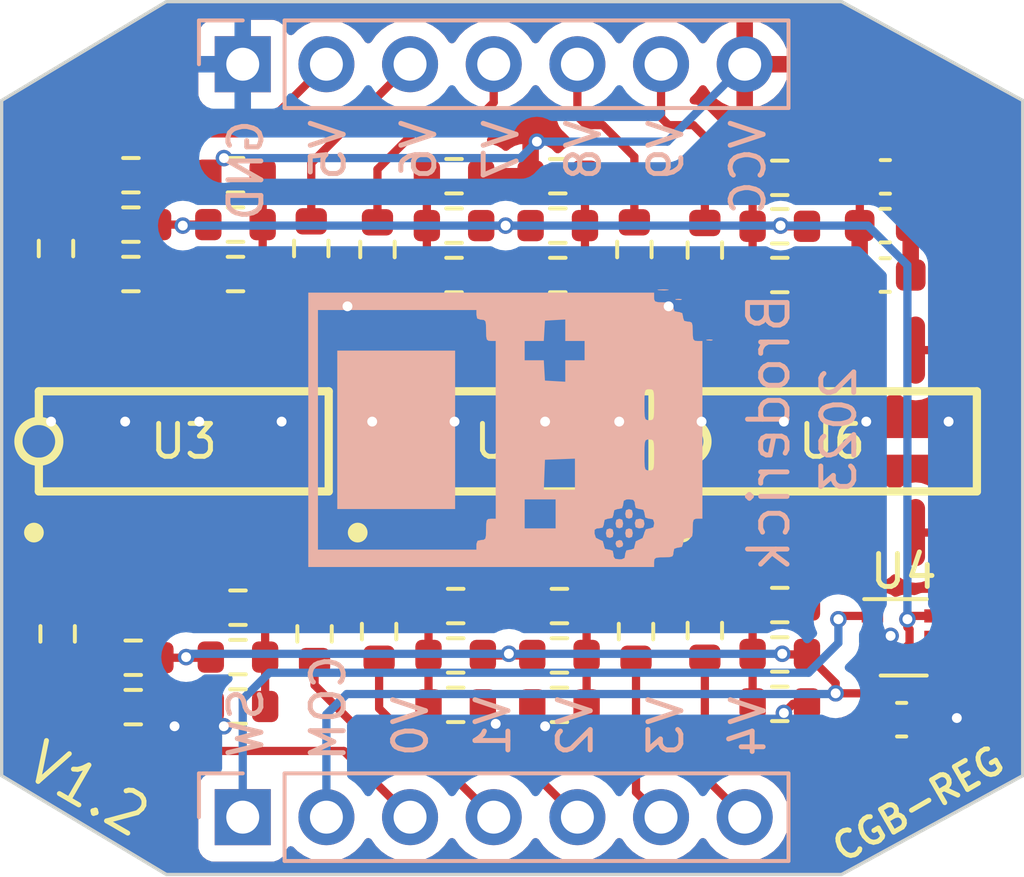
<source format=kicad_pcb>
(kicad_pcb (version 20221018) (generator pcbnew)
  (layers (0 "F.Cu" signal) (31 "B.Cu" signal) (34 "B.Paste" user) (35 "F.Paste" user) (36 "B.SilkS" user "B.Silkscreen") (37 "F.SilkS" user "F.Silkscreen") (38 "B.Mask" user) (39 "F.Mask" user) (44 "Edge.Cuts" user))
  (net 0 "")
  (net 1 "+5V")
  (net 2 "GND")
  (net 3 "v5")
  (net 4 "v6")
  (net 5 "v7")
  (net 6 "v8")
  (net 7 "v9")
  (net 8 "SW_IN")
  (net 9 "v0")
  (net 10 "v1")
  (net 11 "v2")
  (net 12 "v3")
  (net 13 "v4")
  (net 14 "V1 Raw")
  (net 15 "V0 Raw")
  (net 16 "V2 Raw")
  (net 17 "V3 Raw")
  (net 18 "V4 Raw")
  (net 19 "V5 Raw")
  (net 20 "V6 Raw")
  (net 21 "V7 Raw")
  (net 22 "V8 Raw")
  (net 23 "V9 Raw")
  (net 24 "SW")
  (net 25 "'SW")
  (net 26 "Net-(U3--IN2)")
  (net 27 "Net-(U3--IN3)")
  (net 28 "Net-(U3--IN4)")
  (net 29 "Net-(U5--IN4)")
  (net 30 "Net-(U5--IN3)")
  (net 31 "Net-(U3--IN1)")
  (net 32 "Net-(U5--IN2)")
  (net 33 "Net-(U5--IN1)")
  (net 34 "Net-(U6--IN2)")
  (net 35 "Net-(U6--IN1)")
  (net 36 "Net-(U6--IN3)")
  (net 37 "Net-(U6--IN4)")
  (footprint "Resistor_SMD:R_0603_1608Metric" (layer "F.Cu") (at 149.4 94.495 90)
    (fp_text reference "R31" hide)
    (fp_text value "10" hide)
    (pad "1" smd roundrect (at -0.825 0 90) (size 0.8 0.95) (layers "F.Cu" "F.Paste" "F.Mask") (net 27 "Net-(U3--IN3)"))
    (pad "2" smd roundrect (at 0.825 0 90) (size 0.8 0.95) (layers "F.Cu" "F.Paste" "F.Mask") (net 4 "v6"))
  )
  (footprint "Package_TO_SOT_SMD:SOT-363_SC-70-6" (layer "F.Cu") (at 167.3875 106.3)
    (fp_text reference "U4" (at 0 -2) (layer "F.SilkS"))
    (fp_text value "74LVC2G04" hide)
    (pad "1" smd rect (at -0.95 -0.65) (size 0.65 0.4) (layers "F.Cu" "F.Paste" "F.Mask") (net 8 "SW_IN"))
    (pad "2" smd rect (at -0.95 0) (size 0.65 0.4) (layers "F.Cu" "F.Paste" "F.Mask") (net 2 "GND"))
    (pad "3" smd rect (at -0.95 0.65) (size 0.65 0.4) (layers "F.Cu" "F.Paste" "F.Mask") (net 25 "'SW"))
    (pad "4" smd rect (at 0.95 0.65) (size 0.65 0.4) (layers "F.Cu" "F.Paste" "F.Mask") (net 24 "SW"))
    (pad "5" smd rect (at 0.95 0) (size 0.65 0.4) (layers "F.Cu" "F.Paste" "F.Mask") (net 1 "+5V"))
    (pad "6" smd rect (at 0.95 -0.65) (size 0.65 0.4) (layers "F.Cu" "F.Paste" "F.Mask") (net 25 "'SW"))
  )
  (footprint "Resistor_SMD:R_0603_1608Metric" (layer "F.Cu") (at 163.625 92.35 180)
    (fp_text reference "R28" hide)
    (fp_text value "75k" hide)
    (pad "1" smd roundrect (at -0.825 0 180) (size 0.8 0.95) (layers "F.Cu" "F.Paste" "F.Mask") (net 1 "+5V"))
    (pad "2" smd roundrect (at 0.825 0 180) (size 0.8 0.95) (layers "F.Cu" "F.Paste" "F.Mask") (net 23 "V9 Raw"))
  )
  (footprint "Resistor_SMD:R_0603_1608Metric" (layer "F.Cu") (at 163.625 93.82)
    (fp_text reference "R27" hide)
    (fp_text value "30k" hide)
    (pad "1" smd roundrect (at -0.825 0) (size 0.8 0.95) (layers "F.Cu" "F.Paste" "F.Mask") (net 23 "V9 Raw"))
    (pad "2" smd roundrect (at 0.825 0) (size 0.8 0.95) (layers "F.Cu" "F.Paste" "F.Mask") (net 25 "'SW"))
  )
  (footprint "Resistor_SMD:R_0603_1608Metric" (layer "F.Cu") (at 147.175 105.4)
    (fp_text reference "R1" hide)
    (fp_text value "100k" hide)
    (pad "1" smd roundrect (at -0.825 0) (size 0.8 0.95) (layers "F.Cu" "F.Paste" "F.Mask") (net 1 "+5V"))
    (pad "2" smd roundrect (at 0.825 0) (size 0.8 0.95) (layers "F.Cu" "F.Paste" "F.Mask") (net 14 "V1 Raw"))
  )
  (footprint "Resistor_SMD:R_0603_1608Metric" (layer "F.Cu") (at 147.1 92.27)
    (fp_text reference "R19" hide)
    (fp_text value "100k" hide)
    (pad "1" smd roundrect (at -0.825 0) (size 0.8 0.95) (layers "F.Cu" "F.Paste" "F.Mask") (net 1 "+5V"))
    (pad "2" smd roundrect (at 0.825 0) (size 0.8 0.95) (layers "F.Cu" "F.Paste" "F.Mask") (net 20 "V6 Raw"))
  )
  (footprint "Capacitor_SMD:C_0603_1608Metric" (layer "F.Cu") (at 166.825 95.3 180)
    (fp_text reference "C4" hide)
    (fp_text value "1uF" hide)
    (pad "1" smd roundrect (at -0.775 0 180) (size 0.9 0.95) (layers "F.Cu" "F.Paste" "F.Mask") (net 1 "+5V"))
    (pad "2" smd roundrect (at 0.775 0 180) (size 0.9 0.95) (layers "F.Cu" "F.Paste" "F.Mask") (net 2 "GND"))
  )
  (footprint "Resistor_SMD:R_0603_1608Metric" (layer "F.Cu") (at 163.625 105.32 180)
    (fp_text reference "R13" hide)
    (fp_text value "120k" hide)
    (pad "1" smd roundrect (at -0.825 0 180) (size 0.8 0.95) (layers "F.Cu" "F.Paste" "F.Mask") (net 1 "+5V"))
    (pad "2" smd roundrect (at 0.825 0 180) (size 0.8 0.95) (layers "F.Cu" "F.Paste" "F.Mask") (net 18 "V4 Raw"))
  )
  (footprint "Resistor_SMD:R_0603_1608Metric" (layer "F.Cu") (at 153.735 93.8)
    (fp_text reference "R21" hide)
    (fp_text value "178k" hide)
    (pad "1" smd roundrect (at -0.825 0) (size 0.8 0.95) (layers "F.Cu" "F.Paste" "F.Mask") (net 21 "V7 Raw"))
    (pad "2" smd roundrect (at 0.825 0) (size 0.8 0.95) (layers "F.Cu" "F.Paste" "F.Mask") (net 25 "'SW"))
  )
  (footprint "Resistor_SMD:R_0603_1608Metric" (layer "F.Cu") (at 141.65 94.495 90)
    (fp_text reference "R32" hide)
    (fp_text value "10" hide)
    (pad "1" smd roundrect (at -0.825 0 90) (size 0.8 0.95) (layers "F.Cu" "F.Paste" "F.Mask") (net 28 "Net-(U3--IN4)"))
    (pad "2" smd roundrect (at 0.825 0 90) (size 0.8 0.95) (layers "F.Cu" "F.Paste" "F.Mask") (net 3 "v5"))
  )
  (footprint "Resistor_SMD:R_0603_1608Metric" (layer "F.Cu") (at 143.995 106.92)
    (fp_text reference "R4" hide)
    (fp_text value "100k" hide)
    (pad "1" smd roundrect (at -0.825 0) (size 0.8 0.95) (layers "F.Cu" "F.Paste" "F.Mask") (net 15 "V0 Raw"))
    (pad "2" smd roundrect (at 0.825 0) (size 0.8 0.95) (layers "F.Cu" "F.Paste" "F.Mask") (net 24 "SW"))
  )
  (footprint "Resistor_SMD:R_0603_1608Metric" (layer "F.Cu") (at 161.35 106.095 90)
    (fp_text reference "R39" hide)
    (fp_text value "10" hide)
    (pad "1" smd roundrect (at -0.825 0 90) (size 0.8 0.95) (layers "F.Cu" "F.Paste" "F.Mask") (net 13 "v4"))
    (pad "2" smd roundrect (at 0.825 0 90) (size 0.8 0.95) (layers "F.Cu" "F.Paste" "F.Mask") (net 35 "Net-(U6--IN1)"))
  )
  (footprint "Resistor_SMD:R_0603_1608Metric" (layer "F.Cu") (at 156.885 95.3 180)
    (fp_text reference "R26" hide)
    (fp_text value "100k" hide)
    (pad "1" smd roundrect (at -0.825 0 180) (size 0.8 0.95) (layers "F.Cu" "F.Paste" "F.Mask") (net 22 "V8 Raw"))
    (pad "2" smd roundrect (at 0.825 0 180) (size 0.8 0.95) (layers "F.Cu" "F.Paste" "F.Mask") (net 2 "GND"))
  )
  (footprint "Resistor_SMD:R_0603_1608Metric" (layer "F.Cu") (at 159.21 94.525 90)
    (fp_text reference "R34" hide)
    (fp_text value "10" hide)
    (pad "1" smd roundrect (at -0.825 0 90) (size 0.8 0.95) (layers "F.Cu" "F.Paste" "F.Mask") (net 30 "Net-(U5--IN3)"))
    (pad "2" smd roundrect (at 0.825 0 90) (size 0.8 0.95) (layers "F.Cu" "F.Paste" "F.Mask") (net 6 "v8"))
  )
  (footprint "Resistor_SMD:R_0603_1608Metric" (layer "F.Cu") (at 163.625 108.32)
    (fp_text reference "R14" hide)
    (fp_text value "100k" hide)
    (pad "1" smd roundrect (at -0.825 0) (size 0.8 0.95) (layers "F.Cu" "F.Paste" "F.Mask") (net 18 "V4 Raw"))
    (pad "2" smd roundrect (at 0.825 0) (size 0.8 0.95) (layers "F.Cu" "F.Paste" "F.Mask") (net 2 "GND"))
  )
  (footprint "Resistor_SMD:R_0603_1608Metric" (layer "F.Cu") (at 143.995 108.42)
    (fp_text reference "R6" hide)
    (fp_text value "402k" hide)
    (pad "1" smd roundrect (at -0.825 0) (size 0.8 0.95) (layers "F.Cu" "F.Paste" "F.Mask") (net 15 "V0 Raw"))
    (pad "2" smd roundrect (at 0.825 0) (size 0.8 0.95) (layers "F.Cu" "F.Paste" "F.Mask") (net 2 "GND"))
  )
  (footprint "Resistor_SMD:R_0603_1608Metric" (layer "F.Cu") (at 143.925 93.77)
    (fp_text reference "R15" hide)
    (fp_text value "1.24M" hide)
    (pad "1" smd roundrect (at -0.825 0) (size 0.8 0.95) (layers "F.Cu" "F.Paste" "F.Mask") (net 19 "V5 Raw"))
    (pad "2" smd roundrect (at 0.825 0) (size 0.8 0.95) (layers "F.Cu" "F.Paste" "F.Mask") (net 25 "'SW"))
  )
  (footprint "Resistor_SMD:R_0603_1608Metric" (layer "F.Cu") (at 156.885 92.3)
    (fp_text reference "R25" hide)
    (fp_text value "80.6k" hide)
    (pad "1" smd roundrect (at -0.825 0) (size 0.8 0.95) (layers "F.Cu" "F.Paste" "F.Mask") (net 1 "+5V"))
    (pad "2" smd roundrect (at 0.825 0) (size 0.8 0.95) (layers "F.Cu" "F.Paste" "F.Mask") (net 22 "V8 Raw"))
  )
  (footprint "Resistor_SMD:R_0603_1608Metric" (layer "F.Cu") (at 143.925 92.27 180)
    (fp_text reference "R16" hide)
    (fp_text value "107k" hide)
    (pad "1" smd roundrect (at -0.825 0 180) (size 0.8 0.95) (layers "F.Cu" "F.Paste" "F.Mask") (net 1 "+5V"))
    (pad "2" smd roundrect (at 0.825 0 180) (size 0.8 0.95) (layers "F.Cu" "F.Paste" "F.Mask") (net 19 "V5 Raw"))
  )
  (footprint "Resistor_SMD:R_0603_1608Metric" (layer "F.Cu") (at 156.935 105.35)
    (fp_text reference "R10" hide)
    (fp_text value "120k" hide)
    (pad "1" smd roundrect (at -0.825 0) (size 0.8 0.95) (layers "F.Cu" "F.Paste" "F.Mask") (net 1 "+5V"))
    (pad "2" smd roundrect (at 0.825 0) (size 0.8 0.95) (layers "F.Cu" "F.Paste" "F.Mask") (net 17 "V3 Raw"))
  )
  (footprint "Resistor_SMD:R_0603_1608Metric" (layer "F.Cu") (at 163.625 95.3)
    (fp_text reference "R29" hide)
    (fp_text value "100k" hide)
    (pad "1" smd roundrect (at -0.825 0) (size 0.8 0.95) (layers "F.Cu" "F.Paste" "F.Mask") (net 23 "V9 Raw"))
    (pad "2" smd roundrect (at 0.825 0) (size 0.8 0.95) (layers "F.Cu" "F.Paste" "F.Mask") (net 2 "GND"))
  )
  (footprint "Resistor_SMD:R_0603_1608Metric" (layer "F.Cu") (at 153.785 105.35 180)
    (fp_text reference "R7" hide)
    (fp_text value "100k" hide)
    (pad "1" smd roundrect (at -0.825 0 180) (size 0.8 0.95) (layers "F.Cu" "F.Paste" "F.Mask") (net 1 "+5V"))
    (pad "2" smd roundrect (at 0.825 0 180) (size 0.8 0.95) (layers "F.Cu" "F.Paste" "F.Mask") (net 16 "V2 Raw"))
  )
  (footprint "Resistor_SMD:R_0603_1608Metric" (layer "F.Cu") (at 143.925 95.27)
    (fp_text reference "R17" hide)
    (fp_text value "97.6k" hide)
    (pad "1" smd roundrect (at -0.825 0) (size 0.8 0.95) (layers "F.Cu" "F.Paste" "F.Mask") (net 19 "V5 Raw"))
    (pad "2" smd roundrect (at 0.825 0) (size 0.8 0.95) (layers "F.Cu" "F.Paste" "F.Mask") (net 2 "GND"))
  )
  (footprint "Resistor_SMD:R_0603_1608Metric" (layer "F.Cu") (at 161.35 94.545 -90)
    (fp_text reference "R38" hide)
    (fp_text value "10" hide)
    (pad "1" smd roundrect (at -0.825 0 270) (size 0.8 0.95) (layers "F.Cu" "F.Paste" "F.Mask") (net 7 "v9"))
    (pad "2" smd roundrect (at 0.825 0 270) (size 0.8 0.95) (layers "F.Cu" "F.Paste" "F.Mask") (net 37 "Net-(U6--IN4)"))
  )
  (footprint "easyeda2kicad:SOIC-14_L8.6-W3.9-P1.27-LS6.0-BL" (layer "F.Cu") (at 155.36 100.35)
    (fp_text reference "U5" (at 0 0) (layer "F.SilkS"))
    (fp_text value "GS8624-SR" hide)
    (pad "1" smd oval (at -3.81 2.77) (size 0.57 2.04) (layers "F.Cu" "F.Paste" "F.Mask") (net 33 "Net-(U5--IN1)"))
    (pad "2" smd oval (at -2.54 2.77) (size 0.57 2.04) (layers "F.Cu" "F.Paste" "F.Mask") (net 33 "Net-(U5--IN1)"))
    (pad "3" smd oval (at -1.27 2.77) (size 0.57 2.04) (layers "F.Cu" "F.Paste" "F.Mask") (net 16 "V2 Raw"))
    (pad "4" smd oval (at 0 2.77) (size 0.57 2.04) (layers "F.Cu" "F.Paste" "F.Mask") (net 1 "+5V"))
    (pad "5" smd oval (at 1.27 2.77) (size 0.57 2.04) (layers "F.Cu" "F.Paste" "F.Mask") (net 17 "V3 Raw"))
    (pad "6" smd oval (at 2.54 2.77) (size 0.57 2.04) (layers "F.Cu" "F.Paste" "F.Mask") (net 32 "Net-(U5--IN2)"))
    (pad "7" smd oval (at 3.81 2.77) (size 0.57 2.04) (layers "F.Cu" "F.Paste" "F.Mask") (net 32 "Net-(U5--IN2)"))
    (pad "8" smd oval (at 3.81 -2.77) (size 0.57 2.04) (layers "F.Cu" "F.Paste" "F.Mask") (net 30 "Net-(U5--IN3)"))
    (pad "9" smd oval (at 2.54 -2.77) (size 0.57 2.04) (layers "F.Cu" "F.Paste" "F.Mask") (net 30 "Net-(U5--IN3)"))
    (pad "10" smd oval (at 1.27 -2.77) (size 0.57 2.04) (layers "F.Cu" "F.Paste" "F.Mask") (net 22 "V8 Raw"))
    (pad "11" smd oval (at 0 -2.77) (size 0.57 2.04) (layers "F.Cu" "F.Paste" "F.Mask") (net 2 "GND"))
    (pad "12" smd oval (at -1.27 -2.77) (size 0.57 2.04) (layers "F.Cu" "F.Paste" "F.Mask") (net 21 "V7 Raw"))
    (pad "13" smd oval (at -2.54 -2.77) (size 0.57 2.04) (layers "F.Cu" "F.Paste" "F.Mask") (net 29 "Net-(U5--IN4)"))
    (pad "14" smd oval (at -3.81 -2.77) (size 0.57 2.04) (layers "F.Cu" "F.Paste" "F.Mask") (net 29 "Net-(U5--IN4)"))
  )
  (footprint "Resistor_SMD:R_0603_1608Metric" (layer "F.Cu") (at 147.1 93.77 180)
    (fp_text reference "R18" hide)
    (fp_text value "365k" hide)
    (pad "1" smd roundrect (at -0.825 0 180) (size 0.8 0.95) (layers "F.Cu" "F.Paste" "F.Mask") (net 20 "V6 Raw"))
    (pad "2" smd roundrect (at 0.825 0 180) (size 0.8 0.95) (layers "F.Cu" "F.Paste" "F.Mask") (net 25 "'SW"))
  )
  (footprint "Resistor_SMD:R_0603_1608Metric" (layer "F.Cu") (at 151.41 94.525 90)
    (fp_text reference "R33" hide)
    (fp_text value "10" hide)
    (pad "1" smd roundrect (at -0.825 0 90) (size 0.8 0.95) (layers "F.Cu" "F.Paste" "F.Mask") (net 29 "Net-(U5--IN4)"))
    (pad "2" smd roundrect (at 0.825 0 90) (size 0.8 0.95) (layers "F.Cu" "F.Paste" "F.Mask") (net 5 "v7"))
  )
  (footprint "easyeda2kicad:SOIC-14_L8.6-W3.9-P1.27-LS6.0-BL" (layer "F.Cu") (at 145.53 100.35)
    (fp_text reference "U3" (at 0 0) (layer "F.SilkS"))
    (fp_text value "GS8624-SR" hide)
    (pad "1" smd oval (at -3.81 2.77) (size 0.57 2.04) (layers "F.Cu" "F.Paste" "F.Mask") (net 31 "Net-(U3--IN1)"))
    (pad "2" smd oval (at -2.54 2.77) (size 0.57 2.04) (layers "F.Cu" "F.Paste" "F.Mask") (net 31 "Net-(U3--IN1)"))
    (pad "3" smd oval (at -1.27 2.77) (size 0.57 2.04) (layers "F.Cu" "F.Paste" "F.Mask") (net 15 "V0 Raw"))
    (pad "4" smd oval (at 0 2.77) (size 0.57 2.04) (layers "F.Cu" "F.Paste" "F.Mask") (net 1 "+5V"))
    (pad "5" smd oval (at 1.27 2.77) (size 0.57 2.04) (layers "F.Cu" "F.Paste" "F.Mask") (net 14 "V1 Raw"))
    (pad "6" smd oval (at 2.54 2.77) (size 0.57 2.04) (layers "F.Cu" "F.Paste" "F.Mask") (net 26 "Net-(U3--IN2)"))
    (pad "7" smd oval (at 3.81 2.77) (size 0.57 2.04) (layers "F.Cu" "F.Paste" "F.Mask") (net 26 "Net-(U3--IN2)"))
    (pad "8" smd oval (at 3.81 -2.77) (size 0.57 2.04) (layers "F.Cu" "F.Paste" "F.Mask") (net 27 "Net-(U3--IN3)"))
    (pad "9" smd oval (at 2.54 -2.77) (size 0.57 2.04) (layers "F.Cu" "F.Paste" "F.Mask") (net 27 "Net-(U3--IN3)"))
    (pad "10" smd oval (at 1.27 -2.77) (size 0.57 2.04) (layers "F.Cu" "F.Paste" "F.Mask") (net 20 "V6 Raw"))
    (pad "11" smd oval (at 0 -2.77) (size 0.57 2.04) (layers "F.Cu" "F.Paste" "F.Mask") (net 2 "GND"))
    (pad "12" smd oval (at -1.27 -2.77) (size 0.57 2.04) (layers "F.Cu" "F.Paste" "F.Mask") (net 19 "V5 Raw"))
    (pad "13" smd oval (at -2.54 -2.77) (size 0.57 2.04) (layers "F.Cu" "F.Paste" "F.Mask") (net 28 "Net-(U3--IN4)"))
    (pad "14" smd oval (at -3.81 -2.77) (size 0.57 2.04) (layers "F.Cu" "F.Paste" "F.Mask") (net 28 "Net-(U3--IN4)"))
  )
  (footprint "Resistor_SMD:R_0603_1608Metric" (layer "F.Cu") (at 153.735 95.3)
    (fp_text reference "R23" hide)
    (fp_text value "100k" hide)
    (pad "1" smd roundrect (at -0.825 0) (size 0.8 0.95) (layers "F.Cu" "F.Paste" "F.Mask") (net 21 "V7 Raw"))
    (pad "2" smd roundrect (at 0.825 0) (size 0.8 0.95) (layers "F.Cu" "F.Paste" "F.Mask") (net 2 "GND"))
  )
  (footprint "easyeda2kicad:SOIC-14_L8.6-W3.9-P1.27-LS6.0-BL" (layer "F.Cu") (at 165.21 100.35)
    (fp_text reference "U6" (at 0 0) (layer "F.SilkS"))
    (fp_text value "GS8624-SR" hide)
    (pad "1" smd oval (at -3.81 2.77) (size 0.57 2.04) (layers "F.Cu" "F.Paste" "F.Mask") (net 35 "Net-(U6--IN1)"))
    (pad "2" smd oval (at -2.54 2.77) (size 0.57 2.04) (layers "F.Cu" "F.Paste" "F.Mask") (net 35 "Net-(U6--IN1)"))
    (pad "3" smd oval (at -1.27 2.77) (size 0.57 2.04) (layers "F.Cu" "F.Paste" "F.Mask") (net 18 "V4 Raw"))
    (pad "4" smd oval (at 0 2.77) (size 0.57 2.04) (layers "F.Cu" "F.Paste" "F.Mask") (net 1 "+5V"))
    (pad "5" smd oval (at 1.27 2.77) (size 0.57 2.04) (layers "F.Cu" "F.Paste" "F.Mask") (net 1 "+5V"))
    (pad "6" smd oval (at 2.54 2.77) (size 0.57 2.04) (layers "F.Cu" "F.Paste" "F.Mask") (net 34 "Net-(U6--IN2)"))
    (pad "7" smd oval (at 3.81 2.77) (size 0.57 2.04) (layers "F.Cu" "F.Paste" "F.Mask") (net 34 "Net-(U6--IN2)"))
    (pad "8" smd oval (at 3.81 -2.77) (size 0.57 2.04) (layers "F.Cu" "F.Paste" "F.Mask") (net 36 "Net-(U6--IN3)"))
    (pad "9" smd oval (at 2.54 -2.77) (size 0.57 2.04) (layers "F.Cu" "F.Paste" "F.Mask") (net 36 "Net-(U6--IN3)"))
    (pad "10" smd oval (at 1.27 -2.77) (size 0.57 2.04) (layers "F.Cu" "F.Paste" "F.Mask") (net 2 "GND"))
    (pad "11" smd oval (at 0 -2.77) (size 0.57 2.04) (layers "F.Cu" "F.Paste" "F.Mask") (net 2 "GND"))
    (pad "12" smd oval (at -1.27 -2.77) (size 0.57 2.04) (layers "F.Cu" "F.Paste" "F.Mask") (net 23 "V9 Raw"))
    (pad "13" smd oval (at -2.54 -2.77) (size 0.57 2.04) (layers "F.Cu" "F.Paste" "F.Mask") (net 37 "Net-(U6--IN4)"))
    (pad "14" smd oval (at -3.81 -2.77) (size 0.57 2.04) (layers "F.Cu" "F.Paste" "F.Mask") (net 37 "Net-(U6--IN4)"))
  )
  (footprint "Resistor_SMD:R_0603_1608Metric" (layer "F.Cu") (at 163.625 106.82)
    (fp_text reference "R12" hide)
    (fp_text value "634k" hide)
    (pad "1" smd roundrect (at -0.825 0) (size 0.8 0.95) (layers "F.Cu" "F.Paste" "F.Mask") (net 18 "V4 Raw"))
    (pad "2" smd roundrect (at 0.825 0) (size 0.8 0.95) (layers "F.Cu" "F.Paste" "F.Mask") (net 24 "SW"))
  )
  (footprint "Resistor_SMD:R_0603_1608Metric" (layer "F.Cu") (at 156.885 93.8 180)
    (fp_text reference "R24" hide)
    (fp_text value "53.6k" hide)
    (pad "1" smd roundrect (at -0.825 0 180) (size 0.8 0.95) (layers "F.Cu" "F.Paste" "F.Mask") (net 22 "V8 Raw"))
    (pad "2" smd roundrect (at 0.825 0 180) (size 0.8 0.95) (layers "F.Cu" "F.Paste" "F.Mask") (net 25 "'SW"))
  )
  (footprint "Resistor_SMD:R_0603_1608Metric" (layer "F.Cu") (at 141.7 106.195 90)
    (fp_text reference "R35" hide)
    (fp_text value "10" hide)
    (pad "1" smd roundrect (at -0.825 0 90) (size 0.8 0.95) (layers "F.Cu" "F.Paste" "F.Mask") (net 9 "v0"))
    (pad "2" smd roundrect (at 0.825 0 90) (size 0.8 0.95) (layers "F.Cu" "F.Paste" "F.Mask") (net 31 "Net-(U3--IN1)"))
  )
  (footprint "Resistor_SMD:R_0603_1608Metric" (layer "F.Cu") (at 147.1 95.27 180)
    (fp_text reference "R20" hide)
    (fp_text value "100k" hide)
    (pad "1" smd roundrect (at -0.825 0 180) (size 0.8 0.95) (layers "F.Cu" "F.Paste" "F.Mask") (net 20 "V6 Raw"))
    (pad "2" smd roundrect (at 0.825 0 180) (size 0.8 0.95) (layers "F.Cu" "F.Paste" "F.Mask") (net 2 "GND"))
  )
  (footprint "Capacitor_SMD:C_0603_1608Metric" (layer "F.Cu") (at 166.825 93.8 180)
    (fp_text reference "C1" hide)
    (fp_text value "1uF" hide)
    (pad "1" smd roundrect (at -0.775 0 180) (size 0.9 0.95) (layers "F.Cu" "F.Paste" "F.Mask") (net 1 "+5V"))
    (pad "2" smd roundrect (at 0.775 0 180) (size 0.9 0.95) (layers "F.Cu" "F.Paste" "F.Mask") (net 2 "GND"))
  )
  (footprint "Resistor_SMD:R_0603_1608Metric" (layer "F.Cu") (at 156.935 108.35 180)
    (fp_text reference "R11" hide)
    (fp_text value "100k" hide)
    (pad "1" smd roundrect (at -0.825 0 180) (size 0.8 0.95) (layers "F.Cu" "F.Paste" "F.Mask") (net 17 "V3 Raw"))
    (pad "2" smd roundrect (at 0.825 0 180) (size 0.8 0.95) (layers "F.Cu" "F.Paste" "F.Mask") (net 2 "GND"))
  )
  (footprint "Capacitor_SMD:C_0603_1608Metric" (layer "F.Cu") (at 166.83 92.32 180)
    (fp_text reference "C3" hide)
    (fp_text value "1uF" hide)
    (pad "1" smd roundrect (at -0.775 0 180) (size 0.9 0.95) (layers "F.Cu" "F.Paste" "F.Mask") (net 1 "+5V"))
    (pad "2" smd roundrect (at 0.775 0 180) (size 0.9 0.95) (layers "F.Cu" "F.Paste" "F.Mask") (net 2 "GND"))
  )
  (footprint "Resistor_SMD:R_0603_1608Metric" (layer "F.Cu") (at 153.785 106.85)
    (fp_text reference "R5" hide)
    (fp_text value "86.6k" hide)
    (pad "1" smd roundrect (at -0.825 0) (size 0.8 0.95) (layers "F.Cu" "F.Paste" "F.Mask") (net 16 "V2 Raw"))
    (pad "2" smd roundrect (at 0.825 0) (size 0.8 0.95) (layers "F.Cu" "F.Paste" "F.Mask") (net 24 "SW"))
  )
  (footprint "Resistor_SMD:R_0603_1608Metric" (layer "F.Cu") (at 153.785 108.35)
    (fp_text reference "R8" hide)
    (fp_text value "69.8k" hide)
    (pad "1" smd roundrect (at -0.825 0) (size 0.8 0.95) (layers "F.Cu" "F.Paste" "F.Mask") (net 16 "V2 Raw"))
    (pad "2" smd roundrect (at 0.825 0) (size 0.8 0.95) (layers "F.Cu" "F.Paste" "F.Mask") (net 2 "GND"))
  )
  (footprint "Capacitor_SMD:C_0603_1608Metric" (layer "F.Cu") (at 167.325 108.8)
    (fp_text reference "C2" hide)
    (fp_text value "1uF" hide)
    (pad "1" smd roundrect (at -0.775 0) (size 0.9 0.95) (layers "F.Cu" "F.Paste" "F.Mask") (net 1 "+5V"))
    (pad "2" smd roundrect (at 0.775 0) (size 0.9 0.95) (layers "F.Cu" "F.Paste" "F.Mask") (net 2 "GND"))
  )
  (footprint "Resistor_SMD:R_0603_1608Metric" (layer "F.Cu") (at 159.26 106.125 90)
    (fp_text reference "R36" hide)
    (fp_text value "10" hide)
    (pad "1" smd roundrect (at -0.825 0 90) (size 0.8 0.95) (layers "F.Cu" "F.Paste" "F.Mask") (net 12 "v3"))
    (pad "2" smd roundrect (at 0.825 0 90) (size 0.8 0.95) (layers "F.Cu" "F.Paste" "F.Mask") (net 32 "Net-(U5--IN2)"))
  )
  (footprint "Resistor_SMD:R_0603_1608Metric" (layer "F.Cu") (at 156.935 106.85 180)
    (fp_text reference "R9" hide)
    (fp_text value "287k" hide)
    (pad "1" smd roundrect (at -0.825 0 180) (size 0.8 0.95) (layers "F.Cu" "F.Paste" "F.Mask") (net 17 "V3 Raw"))
    (pad "2" smd roundrect (at 0.825 0 180) (size 0.8 0.95) (layers "F.Cu" "F.Paste" "F.Mask") (net 24 "SW"))
  )
  (footprint "Resistor_SMD:R_0603_1608Metric" (layer "F.Cu") (at 149.5 106.195 90)
    (fp_text reference "R30" hide)
    (fp_text value "10" hide)
    (pad "1" smd roundrect (at -0.825 0 90) (size 0.8 0.95) (layers "F.Cu" "F.Paste" "F.Mask") (net 10 "v1"))
    (pad "2" smd roundrect (at 0.825 0 90) (size 0.8 0.95) (layers "F.Cu" "F.Paste" "F.Mask") (net 26 "Net-(U3--IN2)"))
  )
  (footprint "Resistor_SMD:R_0603_1608Metric" (layer "F.Cu") (at 147.175 108.4 180)
    (fp_text reference "R3" hide)
    (fp_text value "43k" hide)
    (pad "1" smd roundrect (at -0.825 0 180) (size 0.8 0.95) (layers "F.Cu" "F.Paste" "F.Mask") (net 14 "V1 Raw"))
    (pad "2" smd roundrect (at 0.825 0 180) (size 0.8 0.95) (layers "F.Cu" "F.Paste" "F.Mask") (net 2 "GND"))
  )
  (footprint "Resistor_SMD:R_0603_1608Metric" (layer "F.Cu") (at 151.46 106.125 90)
    (fp_text reference "R37" hide)
    (fp_text value "10" hide)
    (pad "1" smd roundrect (at -0.825 0 90) (size 0.8 0.95) (layers "F.Cu" "F.Paste" "F.Mask") (net 11 "v2"))
    (pad "2" smd roundrect (at 0.825 0 90) (size 0.8 0.95) (layers "F.Cu" "F.Paste" "F.Mask") (net 33 "Net-(U5--IN1)"))
  )
  (footprint "Resistor_SMD:R_0603_1608Metric" (layer "F.Cu") (at 153.735 92.3 180)
    (fp_text reference "R22" hide)
    (fp_text value "95.3k" hide)
    (pad "1" smd roundrect (at -0.825 0 180) (size 0.8 0.95) (layers "F.Cu" "F.Paste" "F.Mask") (net 1 "+5V"))
    (pad "2" smd roundrect (at 0.825 0 180) (size 0.8 0.95) (layers "F.Cu" "F.Paste" "F.Mask") (net 21 "V7 Raw"))
  )
  (footprint "Resistor_SMD:R_0603_1608Metric" (layer "F.Cu") (at 147.175 106.9 180)
    (fp_text reference "R2" hide)
    (fp_text value "20k" hide)
    (pad "1" smd roundrect (at -0.825 0 180) (size 0.8 0.95) (layers "F.Cu" "F.Paste" "F.Mask") (net 14 "V1 Raw"))
    (pad "2" smd roundrect (at 0.825 0 180) (size 0.8 0.95) (layers "F.Cu" "F.Paste" "F.Mask") (net 24 "SW"))
  )
  (footprint "LOGO" (layer "B.Cu") (at 155 100 -90)
    (fp_text reference "G***" hide)
    (fp_text value "LOGO" hide)
  )
  (footprint "Connector_PinHeader_2.54mm:PinHeader_1x07_P2.54mm_Vertical" (layer "B.Cu") (at 147.32 88.9 -90)
    (fp_text reference "J2" hide)
    (fp_text value "Conn_01x07" hide)
    (pad "1" thru_hole rect (at 0 0 270) (size 1.7 1.7) (drill 1) (layers "*.Cu" "*.Mask") (net 2 "GND"))
    (pad "2" thru_hole oval (at 0 -2.54 270) (size 1.7 1.7) (drill 1) (layers "*.Cu" "*.Mask") (net 3 "v5"))
    (pad "3" thru_hole oval (at 0 -5.08 270) (size 1.7 1.7) (drill 1) (layers "*.Cu" "*.Mask") (net 4 "v6"))
    (pad "4" thru_hole oval (at 0 -7.62 270) (size 1.7 1.7) (drill 1) (layers "*.Cu" "*.Mask") (net 5 "v7"))
    (pad "5" thru_hole oval (at 0 -10.16 270) (size 1.7 1.7) (drill 1) (layers "*.Cu" "*.Mask") (net 6 "v8"))
    (pad "6" thru_hole oval (at 0 -12.7 270) (size 1.7 1.7) (drill 1) (layers "*.Cu" "*.Mask") (net 7 "v9"))
    (pad "7" thru_hole oval (at 0 -15.24 270) (size 1.7 1.7) (drill 1) (layers "*.Cu" "*.Mask") (net 1 "+5V"))
  )
  (footprint "Connector_PinHeader_2.54mm:PinHeader_1x07_P2.54mm_Vertical" (layer "B.Cu") (at 147.32 111.76 -90)
    (fp_text reference "J1" hide)
    (fp_text value "Conn_01x07" hide)
    (pad "1" thru_hole rect (at 0 0 270) (size 1.7 1.7) (drill 1) (layers "*.Cu" "*.Mask") (net 8 "SW_IN"))
    (pad "2" thru_hole oval (at 0 -2.54 270) (size 1.7 1.7) (drill 1) (layers "*.Cu" "*.Mask") (net 24 "SW"))
    (pad "3" thru_hole oval (at 0 -5.08 270) (size 1.7 1.7) (drill 1) (layers "*.Cu" "*.Mask") (net 9 "v0"))
    (pad "4" thru_hole oval (at 0 -7.62 270) (size 1.7 1.7) (drill 1) (layers "*.Cu" "*.Mask") (net 10 "v1"))
    (pad "5" thru_hole oval (at 0 -10.16 270) (size 1.7 1.7) (drill 1) (layers "*.Cu" "*.Mask") (net 11 "v2"))
    (pad "6" thru_hole oval (at 0 -12.7 270) (size 1.7 1.7) (drill 1) (layers "*.Cu" "*.Mask") (net 12 "v3"))
    (pad "7" thru_hole oval (at 0 -15.24 270) (size 1.7 1.7) (drill 1) (layers "*.Cu" "*.Mask") (net 13 "v4"))
  )
  (gr_line (start 171 90) (end 165.5 87) (stroke (width 0.1)) (layer "Edge.Cuts"))
  (gr_line (start 140 110.5) (end 145 113.5) (stroke (width 0.1)) (layer "Edge.Cuts"))
  (gr_line (start 165.5 113.5) (end 171 110.5) (stroke (width 0.1)) (layer "Edge.Cuts"))
  (gr_line (start 145 113.5) (end 165.5 113.5) (stroke (width 0.1)) (layer "Edge.Cuts"))
  (gr_line (start 145 87) (end 140 90) (stroke (width 0.1)) (layer "Edge.Cuts"))
  (gr_line (start 171 110.5) (end 171 90) (stroke (width 0.1)) (layer "Edge.Cuts"))
  (gr_line (start 165.5 87) (end 145 87) (stroke (width 0.1)) (layer "Edge.Cuts"))
  (gr_line (start 140 90) (end 140 110.5) (stroke (width 0.1)) (layer "Edge.Cuts"))
  (gr_text "V7" (at 155.75 90.5 90) (layer "B.SilkS") (effects (font (size 1 1)) (justify left bottom mirror)))
  (gr_text "SW" (at 148 107.75 90) (layer "B.SilkS") (effects (font (size 1 1)) (justify left bottom mirror)))
  (gr_text "V9" (at 160.75 90.5 90) (layer "B.SilkS") (effects (font (size 1 1)) (justify left bottom mirror)))
  (gr_text "Broderick" (at 164 95.75 90) (layer "B.SilkS") (effects (font (size 1.2 1.2)) (justify left bottom mirror)))
  (gr_text "2023" (at 166 98 90) (layer "B.SilkS") (effects (font (size 1 1)) (justify left bottom mirror)))
  (gr_text "V0" (at 153 108 90) (layer "B.SilkS") (effects (font (size 1 1)) (justify left bottom mirror)))
  (gr_text "V8" (at 158.25 90.5 90) (layer "B.SilkS") (effects (font (size 1 1)) (justify left bottom mirror)))
  (gr_text "V6" (at 153.25 90.5 90) (layer "B.SilkS") (effects (font (size 1 1)) (justify left bottom mirror)))
  (gr_text "V3" (at 160.75 108 90) (layer "B.SilkS") (effects (font (size 1 1)) (justify left bottom mirror)))
  (gr_text "V2" (at 158 108 90) (layer "B.SilkS") (effects (font (size 1 1)) (justify left bottom mirror)))
  (gr_text "V4" (at 163.25 108 90) (layer "B.SilkS") (effects (font (size 1 1)) (justify left bottom mirror)))
  (gr_text "GND" (at 148 90.5 90) (layer "B.SilkS") (effects (font (size 1 1)) (justify left bottom mirror)))
  (gr_text "V1" (at 155.5 108 90) (layer "B.SilkS") (effects (font (size 1 1)) (justify left bottom mirror)))
  (gr_text "V5" (at 150.5 90.5 90) (layer "B.SilkS") (effects (font (size 1 1)) (justify left bottom mirror)))
  (gr_text "COM" (at 150.5 106.75 90) (layer "B.SilkS") (effects (font (size 1 1)) (justify left bottom mirror)))
  (gr_text "VCC" (at 163.25 90.5 90) (layer "B.SilkS") (effects (font (size 1 1)) (justify left bottom mirror)))
  (gr_text "V1.2" (at 140.5 110.5 330) (layer "F.SilkS") (effects (font (size 1.2 1.2)) (justify left bottom)))
  (gr_text "CGB-REG" (at 165.5 113.25 30) (layer "F.SilkS") (effects (font (size 0.8 0.8)) (justify left bottom)))
  (segment (start 145.53 104.58) (end 146.35 105.4) (width 0.25) (layer "F.Cu") (net 1))
  (segment (start 145.53 103.12) (end 145.53 104.58) (width 0.25) (layer "F.Cu") (net 1))
  (segment (start 146.275 92.225) (end 146.75 91.75) (width 0.25) (layer "F.Cu") (net 1))
  (segment (start 168.3375 106.3) (end 169.2 106.3) (width 0.25) (layer "F.Cu") (net 1))
  (segment (start 156.06 91.44) (end 156.25 91.25) (width 0.25) (layer "F.Cu") (net 1))
  (segment (start 165.21 103.12) (end 165.21 104.56) (width 0.25) (layer "F.Cu") (net 1))
  (segment (start 156.11 105.35) (end 155.36 104.6) (width 0.25) (layer "F.Cu") (net 1))
  (segment (start 169.2 106.3) (end 169.25 106.25) (width 0.25) (layer "F.Cu") (net 1))
  (segment (start 156.06 92.3) (end 156.06 91.44) (width 0.25) (layer "F.Cu") (net 1))
  (segment (start 146.275 92.27) (end 146.275 92.225) (width 0.25) (layer "F.Cu") (net 1))
  (segment (start 155.36 104.6) (end 155.36 103.12) (width 0.25) (layer "F.Cu") (net 1))
  (segment (start 165.21 104.56) (end 164.45 105.32) (width 0.25) (layer "F.Cu") (net 1))
  (via (at 156.25 91.25) (size 0.5) (drill 0.3) (layers "F.Cu" "B.Cu") (net 1))
  (via (at 146.75 91.75) (size 0.5) (drill 0.3) (layers "F.Cu" "B.Cu") (net 1))
  (segment (start 160.21 91.25) (end 162.56 88.9) (width 0.25) (layer "B.Cu") (net 1))
  (segment (start 155.75 91.75) (end 156.25 91.25) (width 0.25) (layer "B.Cu") (net 1))
  (segment (start 146.75 91.75) (end 155.75 91.75) (width 0.25) (layer "B.Cu") (net 1))
  (segment (start 156.25 91.25) (end 160.21 91.25) (width 0.25) (layer "B.Cu") (net 1))
  (segment (start 164.025978 108.32) (end 163.75 108.595978) (width 0.25) (layer "F.Cu") (net 2))
  (segment (start 164.45 108.32) (end 164.025978 108.32) (width 0.25) (layer "F.Cu") (net 2))
  (segment (start 166.055 93.795) (end 166.05 93.8) (width 0.25) (layer "F.Cu") (net 2))
  (segment (start 156.11 108.61) (end 156.11 108.35) (width 0.25) (layer "F.Cu") (net 2))
  (segment (start 145.53 96.015) (end 145.53 97.58) (width 0.25) (layer "F.Cu") (net 2))
  (segment (start 154.61 108.5355) (end 155 108.9255) (width 0.25) (layer "F.Cu") (net 2))
  (segment (start 144.82 108.57) (end 145.25 109) (width 0.25) (layer "F.Cu") (net 2))
  (segment (start 155.36 96) (end 155.36 97.58) (width 0.25) (layer "F.Cu") (net 2))
  (segment (start 146.35 108.6045) (end 146.7455 109) (width 0.25) (layer "F.Cu") (net 2))
  (segment (start 168.1 108.8) (end 168.95 108.8) (width 0.25) (layer "F.Cu") (net 2))
  (segment (start 168.95 108.8) (end 169 108.75) (width 0.25) (layer "F.Cu") (net 2))
  (segment (start 144.82 108.42) (end 144.82 108.57) (width 0.25) (layer "F.Cu") (net 2))
  (segment (start 166.945177 106.3) (end 166.25 106.3) (width 0.25) (layer "F.Cu") (net 2))
  (segment (start 156.5 109) (end 156.11 108.61) (width 0.25) (layer "F.Cu") (net 2))
  (segment (start 166.48 95.73) (end 166.05 95.3) (width 0.25) (layer "F.Cu") (net 2))
  (segment (start 154.61 108.35) (end 154.61 108.5355) (width 0.25) (layer "F.Cu") (net 2))
  (segment (start 166.48 97.58) (end 166.48 95.73) (width 0.25) (layer "F.Cu") (net 2))
  (segment (start 146.275 95.27) (end 145.53 96.015) (width 0.25) (layer "F.Cu") (net 2))
  (segment (start 156.06 95.3) (end 155.36 96) (width 0.25) (layer "F.Cu") (net 2))
  (segment (start 166.055 92.32) (end 166.055 93.795) (width 0.25) (layer "F.Cu") (net 2))
  (segment (start 146.35 108.4) (end 146.35 108.6045) (width 0.25) (layer "F.Cu") (net 2))
  (segment (start 166.989982 106.255195) (end 166.945177 106.3) (width 0.25) (layer "F.Cu") (net 2))
  (via (at 153.75 99.75) (size 0.5) (drill 0.3) (layers "F.Cu" "B.Cu") (net 2))
  (via (at 166.25 99.75) (size 0.5) (drill 0.3) (layers "F.Cu" "B.Cu") (net 2))
  (via (at 161.25 99.75) (size 0.5) (drill 0.3) (layers "F.Cu" "B.Cu") (net 2))
  (via (at 146.7455 109) (size 0.5) (drill 0.3) (layers "F.Cu" "B.Cu") (net 2))
  (via (at 160.25 96.25) (size 0.5) (drill 0.3) (layers "F.Cu" "B.Cu") (net 2))
  (via (at 146 99.75) (size 0.5) (drill 0.3) (layers "F.Cu" "B.Cu") (net 2))
  (via (at 155 108.9255) (size 0.5) (drill 0.3) (layers "F.Cu" "B.Cu") (net 2))
  (via (at 143.75 99.75) (size 0.5) (drill 0.3) (layers "F.Cu" "B.Cu") (net 2))
  (via (at 158.75 99.75) (size 0.5) (drill 0.3) (layers "F.Cu" "B.Cu") (net 2))
  (via (at 150.5 96.25) (size 0.5) (drill 0.3) (layers "F.Cu" "B.Cu") (net 2))
  (via (at 169 108.75) (size 0.5) (drill 0.3) (layers "F.Cu" "B.Cu") (net 2))
  (via (at 151.25 99.75) (size 0.5) (drill 0.3) (layers "F.Cu" "B.Cu") (net 2))
  (via (at 166.989982 106.255195) (size 0.5) (drill 0.3) (layers "F.Cu" "B.Cu") (net 2))
  (via (at 168.75 99.75) (size 0.5) (drill 0.3) (layers "F.Cu" "B.Cu") (net 2))
  (via (at 148.5 99.75) (size 0.5) (drill 0.3) (layers "F.Cu" "B.Cu") (net 2))
  (via (at 156.5 109) (size 0.5) (drill 0.3) (layers "F.Cu" "B.Cu") (net 2))
  (via (at 163.75 99.75) (size 0.5) (drill 0.3) (layers "F.Cu" "B.Cu") (net 2))
  (via (at 145.25 109) (size 0.5) (drill 0.3) (layers "F.Cu" "B.Cu") (net 2))
  (via (at 141.5 99.75) (size 0.5) (drill 0.3) (layers "F.Cu" "B.Cu") (net 2))
  (via (at 156.5 99.75) (size 0.5) (drill 0.3) (layers "F.Cu" "B.Cu") (net 2))
  (via (at 163.75 108.595978) (size 0.5) (drill 0.3) (layers "F.Cu" "B.Cu") (net 2))
  (segment (start 141.65 91.85) (end 142.5 91) (width 0.25) (layer "F.Cu") (net 3))
  (segment (start 141.65 93.67) (end 141.65 91.85) (width 0.25) (layer "F.Cu") (net 3))
  (segment (start 142.5 91) (end 147.76 91) (width 0.25) (layer "F.Cu") (net 3))
  (segment (start 147.76 91) (end 149.86 88.9) (width 0.25) (layer "F.Cu") (net 3))
  (segment (start 149.4 91.9) (end 152.4 88.9) (width 0.25) (layer "F.Cu") (net 4))
  (segment (start 149.4 93.67) (end 149.4 91.9) (width 0.25) (layer "F.Cu") (net 4))
  (segment (start 154.25 90.75) (end 154.94 90.06) (width 0.25) (layer "F.Cu") (net 5))
  (segment (start 152.75 90.75) (end 154.25 90.75) (width 0.25) (layer "F.Cu") (net 5))
  (segment (start 151.41 93.7) (end 151.41 92.09) (width 0.25) (layer "F.Cu") (net 5))
  (segment (start 154.94 90.06) (end 154.94 88.9) (width 0.25) (layer "F.Cu") (net 5))
  (segment (start 151.41 92.09) (end 152.75 90.75) (width 0.25) (layer "F.Cu") (net 5))
  (segment (start 157.48 90.48) (end 157.48 88.9) (width 0.25) (layer "F.Cu") (net 6))
  (segment (start 158.25 90.75) (end 157.75 90.75) (width 0.25) (layer "F.Cu") (net 6))
  (segment (start 157.75 90.75) (end 157.48 90.48) (width 0.25) (layer "F.Cu") (net 6))
  (segment (start 159.21 91.71) (end 158.25 90.75) (width 0.25) (layer "F.Cu") (net 6))
  (segment (start 159.21 93.7) (end 159.21 91.71) (width 0.25) (layer "F.Cu") (net 6))
  (segment (start 161.35 91.1) (end 161 90.75) (width 0.25) (layer "F.Cu") (net 7))
  (segment (start 161 90.75) (end 160.25 90.75) (width 0.25) (layer "F.Cu") (net 7))
  (segment (start 161.35 93.72) (end 161.35 91.1) (width 0.25) (layer "F.Cu") (net 7))
  (segment (start 160.02 90.52) (end 160.02 88.9) (width 0.25) (layer "F.Cu") (net 7))
  (segment (start 160.25 90.75) (end 160.02 90.52) (width 0.25) (layer "F.Cu") (net 7))
  (segment (start 166.4375 105.65) (end 165.504059 105.65) (width 0.25) (layer "F.Cu") (net 8))
  (segment (start 165.504059 105.65) (end 165.404059 105.75) (width 0.25) (layer "F.Cu") (net 8))
  (via (at 165.404059 105.75) (size 0.5) (drill 0.3) (layers "F.Cu" "B.Cu") (net 8))
  (segment (start 147.32 108.18) (end 147.32 111.76) (width 0.25) (layer "B.Cu") (net 8))
  (segment (start 165.404059 105.75) (end 165.404059 106.470941) (width 0.25) (layer "B.Cu") (net 8))
  (segment (start 165.404059 106.470941) (end 164.5 107.375) (width 0.25) (layer "B.Cu") (net 8))
  (segment (start 148.125 107.375) (end 147.32 108.18) (width 0.25) (layer "B.Cu") (net 8))
  (segment (start 164.5 107.375) (end 148.125 107.375) (width 0.25) (layer "B.Cu") (net 8))
  (segment (start 150.39 109.75) (end 152.4 111.76) (width 0.25) (layer "F.Cu") (net 9))
  (segment (start 141.7 108.7) (end 142.75 109.75) (width 0.25) (layer "F.Cu") (net 9))
  (segment (start 142.75 109.75) (end 150.39 109.75) (width 0.25) (layer "F.Cu") (net 9))
  (segment (start 141.7 107.02) (end 141.7 108.7) (width 0.25) (layer "F.Cu") (net 9))
  (segment (start 153.43 110.25) (end 154.94 111.76) (width 0.25) (layer "F.Cu") (net 10))
  (segment (start 152 110.25) (end 153.43 110.25) (width 0.25) (layer "F.Cu") (net 10))
  (segment (start 149.5 107.02) (end 149.5 107.75) (width 0.25) (layer "F.Cu") (net 10))
  (segment (start 149.5 107.75) (end 152 110.25) (width 0.25) (layer "F.Cu") (net 10))
  (segment (start 155.22 109.5) (end 157.48 111.76) (width 0.25) (layer "F.Cu") (net 11))
  (segment (start 152.5 109.5) (end 155.22 109.5) (width 0.25) (layer "F.Cu") (net 11))
  (segment (start 151.46 108.46) (end 152.5 109.5) (width 0.25) (layer "F.Cu") (net 11))
  (segment (start 151.46 106.95) (end 151.46 108.46) (width 0.25) (layer "F.Cu") (net 11))
  (segment (start 159.26 106.95) (end 159.26 111) (width 0.25) (layer "F.Cu") (net 12))
  (segment (start 159.26 111) (end 160.02 111.76) (width 0.25) (layer "F.Cu") (net 12))
  (segment (start 161.35 106.92) (end 161.35 110.55) (width 0.25) (layer "F.Cu") (net 13))
  (segment (start 161.35 110.55) (end 162.56 111.76) (width 0.25) (layer "F.Cu") (net 13))
  (segment (start 148 105.4) (end 148 106.9) (width 0.25) (layer "F.Cu") (net 14))
  (segment (start 146.8 103.7) (end 146.8 103.12) (width 0.25) (layer "F.Cu") (net 14))
  (segment (start 148 106.9) (end 148 108.4) (width 0.25) (layer "F.Cu") (net 14))
  (segment (start 148 104.9) (end 146.8 103.7) (width 0.25) (layer "F.Cu") (net 14))
  (segment (start 148 105.4) (end 148 104.9) (width 0.25) (layer "F.Cu") (net 14))
  (segment (start 144.26 103.64) (end 144.26 103.12) (width 0.25) (layer "F.Cu") (net 15))
  (segment (start 143.17 106.92) (end 143.17 108.42) (width 0.25) (layer "F.Cu") (net 15))
  (segment (start 143.17 106.92) (end 143.17 104.73) (width 0.25) (layer "F.Cu") (net 15))
  (segment (start 143.17 104.73) (end 144.26 103.64) (width 0.25) (layer "F.Cu") (net 15))
  (segment (start 152.96 105.35) (end 152.96 106.85) (width 0.25) (layer "F.Cu") (net 16))
  (segment (start 154.09 103.81) (end 152.96 104.94) (width 0.25) (layer "F.Cu") (net 16))
  (segment (start 152.96 108.35) (end 152.96 106.85) (width 0.25) (layer "F.Cu") (net 16))
  (segment (start 154.09 103.12) (end 154.09 103.81) (width 0.25) (layer "F.Cu") (net 16))
  (segment (start 157.76 105.35) (end 157.76 106.85) (width 0.25) (layer "F.Cu") (net 17))
  (segment (start 156.63 103.53) (end 156.63 103.12) (width 0.25) (layer "F.Cu") (net 17))
  (segment (start 157.76 104.66) (end 156.63 103.53) (width 0.25) (layer "F.Cu") (net 17))
  (segment (start 157.76 105.35) (end 157.76 104.66) (width 0.25) (layer "F.Cu") (net 17))
  (segment (start 157.76 108.35) (end 157.76 106.85) (width 0.25) (layer "F.Cu") (net 17))
  (segment (start 163.94 103.12) (end 163.94 103.46) (width 0.25) (layer "F.Cu") (net 18))
  (segment (start 163.94 103.46) (end 162.8 104.6) (width 0.25) (layer "F.Cu") (net 18))
  (segment (start 162.8 108.32) (end 162.8 106.82) (width 0.25) (layer "F.Cu") (net 18))
  (segment (start 162.8 105.32) (end 162.8 106.82) (width 0.25) (layer "F.Cu") (net 18))
  (segment (start 162.8 104.6) (end 162.8 105.32) (width 0.25) (layer "F.Cu") (net 18))
  (segment (start 143.1 93.77) (end 143.1 92.27) (width 0.25) (layer "F.Cu") (net 19))
  (segment (start 143.1 95.27) (end 143.1 93.77) (width 0.25) (layer "F.Cu") (net 19))
  (segment (start 144.26 96.91) (end 143.1 95.75) (width 0.25) (layer "F.Cu") (net 19))
  (segment (start 144.26 97.58) (end 144.26 96.91) (width 0.25) (layer "F.Cu") (net 19))
  (segment (start 143.1 95.75) (end 143.1 95.27) (width 0.25) (layer "F.Cu") (net 19))
  (segment (start 147.925 95.725) (end 147.925 95.27) (width 0.25) (layer "F.Cu") (net 20))
  (segment (start 146.8 96.85) (end 147.925 95.725) (width 0.25) (layer "F.Cu") (net 20))
  (segment (start 147.925 92.27) (end 147.925 93.77) (width 0.25) (layer "F.Cu") (net 20))
  (segment (start 146.8 97.58) (end 146.8 96.85) (width 0.25) (layer "F.Cu") (net 20))
  (segment (start 147.925 93.77) (end 147.925 95.27) (width 0.25) (layer "F.Cu") (net 20))
  (segment (start 154.09 97.58) (end 154.09 96.74) (width 0.25) (layer "F.Cu") (net 21))
  (segment (start 154.09 96.74) (end 152.91 95.56) (width 0.25) (layer "F.Cu") (net 21))
  (segment (start 152.91 92.3) (end 152.91 93.8) (width 0.25) (layer "F.Cu") (net 21))
  (segment (start 152.91 93.8) (end 152.91 95.3) (width 0.25) (layer "F.Cu") (net 21))
  (segment (start 152.91 95.56) (end 152.91 95.3) (width 0.25) (layer "F.Cu") (net 21))
  (segment (start 157.71 92.3) (end 157.71 93.8) (width 0.25) (layer "F.Cu") (net 22))
  (segment (start 157.71 95.69) (end 157.71 95.3) (width 0.25) (layer "F.Cu") (net 22))
  (segment (start 156.63 96.77) (end 157.71 95.69) (width 0.25) (layer "F.Cu") (net 22))
  (segment (start 157.71 93.8) (end 157.71 95.3) (width 0.25) (layer "F.Cu") (net 22))
  (segment (start 156.63 97.58) (end 156.63 96.77) (width 0.25) (layer "F.Cu") (net 22))
  (segment (start 163.94 96.59) (end 162.8 95.45) (width 0.25) (layer "F.Cu") (net 23))
  (segment (start 162.8 95.3) (end 162.8 93.82) (width 0.25) (layer "F.Cu") (net 23))
  (segment (start 162.8 92.35) (end 162.8 93.82) (width 0.25) (layer "F.Cu") (net 23))
  (segment (start 162.8 95.45) (end 162.8 95.3) (width 0.25) (layer "F.Cu") (net 23))
  (segment (start 163.94 97.58) (end 163.94 96.59) (width 0.25) (layer "F.Cu") (net 23))
  (segment (start 163.72 106.82) (end 163.7 106.8) (width 0.25) (layer "F.Cu") (net 24))
  (segment (start 146.33 106.92) (end 146.35 106.9) (width 0.25) (layer "F.Cu") (net 24))
  (segment (start 168 108) (end 168.3375 107.6625) (width 0.25) (layer "F.Cu") (net 24))
  (segment (start 165.320363 108) (end 165.320363 107.690363) (width 0.25) (layer "F.Cu") (net 24))
  (segment (start 164.45 106.82) (end 164.45 106.765748) (width 0.25) (layer "F.Cu") (net 24))
  (segment (start 165.320363 108) (end 168 108) (width 0.25) (layer "F.Cu") (net 24))
  (segment (start 156.11 106.85) (end 154.61 106.85) (width 0.25) (layer "F.Cu") (net 24))
  (segment (start 168.3375 107.6625) (end 168.3375 106.95) (width 0.25) (layer "F.Cu") (net 24))
  (segment (start 144.82 106.92) (end 146.33 106.92) (width 0.25) (layer "F.Cu") (net 24))
  (segment (start 164.45 106.82) (end 163.72 106.82) (width 0.25) (layer "F.Cu") (net 24))
  (segment (start 165.320363 107.690363) (end 164.45 106.82) (width 0.25) (layer "F.Cu") (net 24))
  (via (at 163.7 106.8) (size 0.5) (drill 0.3) (layers "F.Cu" "B.Cu") (net 24))
  (via (at 155.4 106.8) (size 0.5) (drill 0.3) (layers "F.Cu" "B.Cu") (net 24))
  (via (at 145.6 106.9) (size 0.5) (drill 0.3) (layers "F.Cu" "B.Cu") (net 24))
  (via (at 165.320363 108) (size 0.5) (drill 0.3) (layers "F.Cu" "B.Cu") (net 24))
  (segment (start 150.478522 108.021478) (end 149.86 108.64) (width 0.25) (layer "B.Cu") (net 24))
  (segment (start 163.7 106.8) (end 155.4 106.8) (width 0.25) (layer "B.Cu") (net 24))
  (segment (start 165.320363 108) (end 165.298885 108.021478) (width 0.25) (layer "B.Cu") (net 24))
  (segment (start 165.298885 108.021478) (end 150.478522 108.021478) (width 0.25) (layer "B.Cu") (net 24))
  (segment (start 155.4 106.8) (end 145.7 106.8) (width 0.25) (layer "B.Cu") (net 24))
  (segment (start 145.7 106.8) (end 145.6 106.9) (width 0.25) (layer "B.Cu") (net 24))
  (segment (start 149.86 108.64) (end 149.86 111.76) (width 0.25) (layer "B.Cu") (net 24))
  (segment (start 164.45 93.82) (end 163.6695 93.82) (width 0.25) (layer "F.Cu") (net 25))
  (segment (start 154.56 93.8) (end 156.06 93.8) (width 0.25) (layer "F.Cu") (net 25))
  (segment (start 167.564982 106.05573) (end 167.564982 106.493368) (width 0.25) (layer "F.Cu") (net 25))
  (segment (start 163.6695 93.82) (end 163.6495 93.8) (width 0.25) (layer "F.Cu") (net 25))
  (segment (start 167.5 105.990748) (end 167.564982 106.05573) (width 0.25) (layer "F.Cu") (net 25))
  (segment (start 167.564982 106.493368) (end 167.10835 106.95) (width 0.25) (layer "F.Cu") (net 25))
  (segment (start 167.5 105.75) (end 167.5 105.990748) (width 0.25) (layer "F.Cu") (net 25))
  (segment (start 144.75 93.77) (end 146.275 93.77) (width 0.25) (layer "F.Cu") (net 25))
  (segment (start 167.5 105.75) (end 167.6 105.65) (width 0.25) (layer "F.Cu") (net 25))
  (segment (start 167.10835 106.95) (end 166.4375 106.95) (width 0.25) (layer "F.Cu") (net 25))
  (segment (start 167.6 105.65) (end 168.3375 105.65) (width 0.25) (layer "F.Cu") (net 25))
  (via (at 163.6495 93.8) (size 0.5) (drill 0.3) (layers "F.Cu" "B.Cu") (net 25))
  (via (at 155.3 93.8) (size 0.5) (drill 0.3) (layers "F.Cu" "B.Cu") (net 25))
  (via (at 145.5 93.8) (size 0.5) (drill 0.3) (layers "F.Cu" "B.Cu") (net 25))
  (via (at 167.5 105.75) (size 0.5) (drill 0.3) (layers "F.Cu" "B.Cu") (net 25))
  (segment (start 155.3 93.8) (end 163.6495 93.8) (width 0.25) (layer "B.Cu") (net 25))
  (segment (start 166.3 93.8) (end 163.6495 93.8) (width 0.25) (layer "B.Cu") (net 25))
  (segment (start 167.5 105.75) (end 167.5 95) (width 0.25) (layer "B.Cu") (net 25))
  (segment (start 167.5 95) (end 166.3 93.8) (width 0.25) (layer "B.Cu") (net 25))
  (segment (start 145.5 93.8) (end 155.3 93.8) (width 0.25) (layer "B.Cu") (net 25))
  (segment (start 149.34 103.12) (end 149.34 105.21) (width 0.25) (layer "F.Cu") (net 26))
  (segment (start 149.34 105.21) (end 149.5 105.37) (width 0.25) (layer "F.Cu") (net 26))
  (segment (start 148.07 103.12) (end 149.34 103.12) (width 0.25) (layer "F.Cu") (net 26))
  (segment (start 149.34 95.38) (end 149.4 95.32) (width 0.25) (layer "F.Cu") (net 27))
  (segment (start 149.34 97.58) (end 149.34 95.38) (width 0.25) (layer "F.Cu") (net 27))
  (segment (start 148.07 97.58) (end 149.34 97.58) (width 0.25) (layer "F.Cu") (net 27))
  (segment (start 141.72 95.39) (end 141.65 95.32) (width 0.25) (layer "F.Cu") (net 28))
  (segment (start 142.99 97.58) (end 141.72 97.58) (width 0.25) (layer "F.Cu") (net 28))
  (segment (start 141.72 97.58) (end 141.72 95.39) (width 0.25) (layer "F.Cu") (net 28))
  (segment (start 151.55 95.49) (end 151.41 95.35) (width 0.25) (layer "F.Cu") (net 29))
  (segment (start 152.82 97.58) (end 151.55 97.58) (width 0.25) (layer "F.Cu") (net 29))
  (segment (start 151.55 97.58) (end 151.55 95.49) (width 0.25) (layer "F.Cu") (net 29))
  (segment (start 159.17 95.39) (end 159.21 95.35) (width 0.25) (layer "F.Cu") (net 30))
  (segment (start 157.9 97.58) (end 159.17 97.58) (width 0.25) (layer "F.Cu") (net 30))
  (segment (start 159.17 97.58) (end 159.17 95.39) (width 0.25) (layer "F.Cu") (net 30))
  (segment (start 141.7 105.37) (end 141.7 103.14) (width 0.25) (layer "F.Cu") (net 31))
  (segment (start 142.99 103.12) (end 141.72 103.12) (width 0.25) (layer "F.Cu") (net 31))
  (segment (start 141.7 103.14) (end 141.72 103.12) (width 0.25) (layer "F.Cu") (net 31))
  (segment (start 159.17 103.12) (end 159.17 105.21) (width 0.25) (layer "F.Cu") (net 32))
  (segment (start 159.17 103.12) (end 157.9 103.12) (width 0.25) (layer "F.Cu") (net 32))
  (segment (start 159.17 105.21) (end 159.26 105.3) (width 0.25) (layer "F.Cu") (net 32))
  (segment (start 152.82 103.12) (end 151.55 103.12) (width 0.25) (layer "F.Cu") (net 33))
  (segment (start 151.46 103.21) (end 151.55 103.12) (width 0.25) (layer "F.Cu") (net 33))
  (segment (start 151.46 105.3) (end 151.46 103.21) (width 0.25) (layer "F.Cu") (net 33))
  (segment (start 169.02 103.12) (end 167.75 103.12) (width 0.25) (layer "F.Cu") (net 34))
  (segment (start 162.67 103.12) (end 161.4 103.12) (width 0.25) (layer "F.Cu") (net 35))
  (segment (start 161.35 105.27) (end 161.35 103.17) (width 0.25) (layer "F.Cu") (net 35))
  (segment (start 161.35 103.17) (end 161.4 103.12) (width 0.25) (layer "F.Cu") (net 35))
  (segment (start 169.02 97.58) (end 167.75 97.58) (width 0.25) (layer "F.Cu") (net 36))
  (segment (start 161.35 95.37) (end 161.35 97.53) (width 0.25) (layer "F.Cu") (net 37))
  (segment (start 161.35 97.53) (end 161.4 97.58) (width 0.25) (layer "F.Cu") (net 37))
  (segment (start 162.67 97.58) (end 161.4 97.58) (width 0.25) (layer "F.Cu") (net 37))
  (zone (net 2) (net_name "GND") (layer "F.Cu") (priority 2) (connect_pads (clearance 0.5)) (min_thickness 0.25) (fill yes (thermal_gap 0.5) (thermal_bridge_width 0.5))
    (polygon (pts (xy 141.25 93.75) (xy 169.5 93.75) (xy 169.5 100.25) (xy 141.25 100.25)))
  )
  (zone (net 1) (net_name "+5V") (layer "F.Cu") (connect_pads (clearance 0.5)) (min_thickness 0.25) (fill yes (thermal_gap 0.5) (thermal_bridge_width 0.5))
    (polygon (pts (xy 140 110.5) (xy 140 90) (xy 145 87) (xy 165.5 87) (xy 171 90) (xy 171 110.5) (xy 165.5 113.5) (xy 145 113.5)))
  )
  (zone (net 2) (net_name "GND") (layer "B.Cu") (priority 1) (connect_pads (clearance 0.5)) (min_thickness 0.25) (fill yes (thermal_gap 0.5) (thermal_bridge_width 0.5))
    (polygon (pts (xy 145 87) (xy 165.5 87) (xy 171 90) (xy 171 110.5) (xy 165.5 113.5) (xy 145 113.5) (xy 140 110.5) (xy 140 90)))
  )
)
</source>
